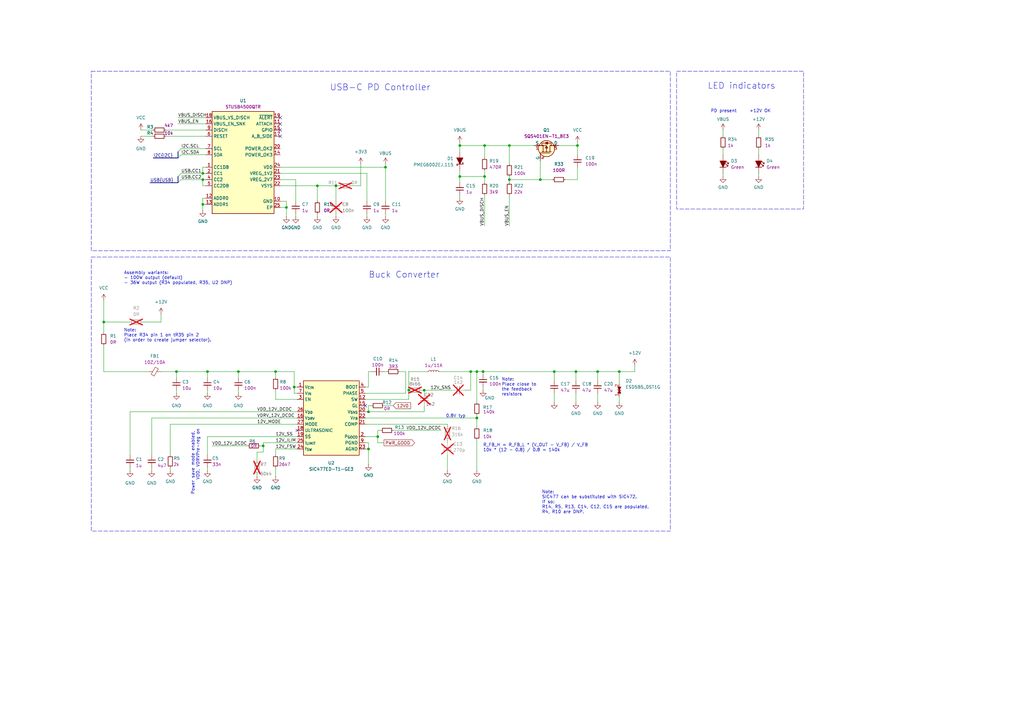
<source format=kicad_sch>
(kicad_sch (version 20230121) (generator eeschema)
  (paper "A3")
  (junction (at 193.04 152.4))
  (junction (at 130.175 76.2))
  (junction (at 208.915 59.69))
  (junction (at 195.58 171.45))
  (junction (at 188.595 72.39))
  (junction (at 221.615 73.66))
  (junction (at 113.03 152.4))
  (junction (at 72.39 152.4))
  (junction (at 137.795 76.2))
  (junction (at 42.545 132.08))
  (junction (at 167.64 160.02))
  (junction (at 151.13 168.91))
  (junction (at 236.855 59.69))
  (junction (at 117.475 85.09))
  (junction (at 151.13 184.15))
  (junction (at 198.755 59.69))
  (junction (at 85.09 152.4))
  (junction (at 83.185 73.66))
  (junction (at 188.595 59.69))
  (junction (at 245.11 152.4))
  (junction (at 120.65 158.75))
  (junction (at 107.95 182.88))
  (junction (at 158.115 68.58))
  (junction (at 83.185 71.12))
  (junction (at 236.22 152.4))
  (junction (at 198.12 152.4))
  (junction (at 83.185 83.82))
  (junction (at 198.755 72.39))
  (junction (at 173.99 160.02))
  (junction (at 227.33 152.4))
  (junction (at 97.79 152.4))
  (junction (at 208.915 73.66))
  (junction (at 154.94 179.07))
  (junction (at 254 152.4))
  (junction (at 195.58 152.4))
  (no_connect (at 114.935 55.88))
  (no_connect (at 149.86 166.37))
  (no_connect (at 121.92 176.53))
  (no_connect (at 114.935 53.34))
  (no_connect (at 114.935 50.8))
  (no_connect (at 114.935 48.26))
  (bus_entry (at 74.295 71.12) (size -1.27 1.27))
  (bus_entry (at 74.295 60.96) (size -1.27 1.27))
  (bus_entry (at 74.295 73.66) (size -1.27 1.27))
  (bus_entry (at 74.295 63.5) (size -1.27 1.27))
  (wire (pts (xy 254 152.4) (xy 260.35 152.4)))
  (bus (pts (xy 73.025 72.39) (xy 73.025 74.93)))
  (wire (pts (xy 83.185 81.28) (xy 83.185 83.82)))
  (wire (pts (xy 105.41 185.42) (xy 107.95 185.42)))
  (wire (pts (xy 188.595 58.42) (xy 188.595 59.69)))
  (wire (pts (xy 147.955 76.2) (xy 144.145 76.2)))
  (wire (pts (xy 158.115 68.58) (xy 158.115 82.55)))
  (wire (pts (xy 117.475 85.09) (xy 114.935 85.09)))
  (wire (pts (xy 229.235 59.69) (xy 236.855 59.69)))
  (wire (pts (xy 105.41 194.31) (xy 105.41 195.58)))
  (wire (pts (xy 296.545 53.34) (xy 296.545 55.88)))
  (wire (pts (xy 85.09 152.4) (xy 85.09 154.94)))
  (wire (pts (xy 69.85 191.77) (xy 69.85 193.04)))
  (wire (pts (xy 113.03 163.83) (xy 121.92 163.83)))
  (wire (pts (xy 149.86 179.07) (xy 154.94 179.07)))
  (wire (pts (xy 57.785 53.34) (xy 62.865 53.34)))
  (wire (pts (xy 97.79 152.4) (xy 97.79 154.94)))
  (wire (pts (xy 150.495 88.9) (xy 150.495 87.63)))
  (wire (pts (xy 151.13 166.37) (xy 151.13 168.91)))
  (wire (pts (xy 85.09 179.07) (xy 121.92 179.07)))
  (wire (pts (xy 97.79 160.02) (xy 97.79 161.29)))
  (wire (pts (xy 236.22 152.4) (xy 236.22 156.21)))
  (wire (pts (xy 193.04 160.02) (xy 193.04 152.4)))
  (wire (pts (xy 227.33 152.4) (xy 227.33 156.21)))
  (wire (pts (xy 157.48 152.4) (xy 158.75 152.4)))
  (wire (pts (xy 57.785 55.88) (xy 62.865 55.88)))
  (wire (pts (xy 42.545 123.19) (xy 42.545 132.08)))
  (wire (pts (xy 180.34 152.4) (xy 193.04 152.4)))
  (wire (pts (xy 188.595 81.28) (xy 188.595 80.01)))
  (wire (pts (xy 84.455 81.28) (xy 83.185 81.28)))
  (wire (pts (xy 113.03 191.77) (xy 113.03 195.58)))
  (wire (pts (xy 66.04 128.905) (xy 66.04 132.08)))
  (wire (pts (xy 167.64 163.83) (xy 167.64 160.02)))
  (wire (pts (xy 154.94 176.53) (xy 156.21 176.53)))
  (wire (pts (xy 42.545 136.525) (xy 42.545 132.08)))
  (wire (pts (xy 158.115 88.9) (xy 158.115 87.63)))
  (wire (pts (xy 85.09 160.02) (xy 85.09 161.29)))
  (wire (pts (xy 149.86 163.83) (xy 167.64 163.83)))
  (wire (pts (xy 113.03 160.02) (xy 113.03 163.83)))
  (wire (pts (xy 62.23 171.45) (xy 62.23 186.69)))
  (wire (pts (xy 149.86 168.91) (xy 151.13 168.91)))
  (wire (pts (xy 236.22 152.4) (xy 227.33 152.4)))
  (wire (pts (xy 198.755 69.85) (xy 198.755 72.39)))
  (wire (pts (xy 130.175 76.2) (xy 137.795 76.2)))
  (wire (pts (xy 198.12 152.4) (xy 227.33 152.4)))
  (wire (pts (xy 114.935 82.55) (xy 117.475 82.55)))
  (wire (pts (xy 172.72 160.02) (xy 173.99 160.02)))
  (wire (pts (xy 151.13 158.75) (xy 149.86 158.75)))
  (wire (pts (xy 53.34 168.91) (xy 53.34 186.69)))
  (wire (pts (xy 183.515 173.99) (xy 183.515 175.26)))
  (wire (pts (xy 130.175 88.9) (xy 130.175 87.63)))
  (wire (pts (xy 227.33 161.29) (xy 227.33 165.1)))
  (wire (pts (xy 74.295 63.5) (xy 84.455 63.5)))
  (wire (pts (xy 154.94 181.61) (xy 154.94 179.07)))
  (wire (pts (xy 166.37 152.4) (xy 163.83 152.4)))
  (bus (pts (xy 73.025 62.23) (xy 73.025 64.77)))
  (wire (pts (xy 114.935 73.66) (xy 121.285 73.66)))
  (wire (pts (xy 311.15 60.96) (xy 311.15 63.5)))
  (wire (pts (xy 198.755 64.77) (xy 198.755 59.69)))
  (wire (pts (xy 195.58 152.4) (xy 195.58 165.1)))
  (wire (pts (xy 195.58 170.18) (xy 195.58 171.45)))
  (wire (pts (xy 121.285 88.9) (xy 121.285 87.63)))
  (wire (pts (xy 83.185 73.66) (xy 83.185 76.2)))
  (wire (pts (xy 83.185 83.82) (xy 83.185 86.36)))
  (wire (pts (xy 137.795 76.2) (xy 139.065 76.2)))
  (wire (pts (xy 149.86 161.29) (xy 166.37 161.29)))
  (wire (pts (xy 107.95 181.61) (xy 107.95 182.88)))
  (wire (pts (xy 137.795 76.2) (xy 137.795 82.55)))
  (wire (pts (xy 147.955 67.31) (xy 147.955 76.2)))
  (wire (pts (xy 161.29 176.53) (xy 180.975 176.53)))
  (wire (pts (xy 83.185 73.66) (xy 84.455 73.66)))
  (wire (pts (xy 137.795 88.9) (xy 137.795 87.63)))
  (wire (pts (xy 173.99 160.02) (xy 173.99 161.29)))
  (wire (pts (xy 83.185 76.2) (xy 84.455 76.2)))
  (wire (pts (xy 236.22 152.4) (xy 245.11 152.4)))
  (wire (pts (xy 173.99 160.02) (xy 185.42 160.02)))
  (wire (pts (xy 42.545 141.605) (xy 42.545 152.4)))
  (wire (pts (xy 195.58 180.34) (xy 195.58 193.04)))
  (wire (pts (xy 42.545 152.4) (xy 60.96 152.4)))
  (wire (pts (xy 221.615 73.66) (xy 226.695 73.66)))
  (wire (pts (xy 67.945 53.34) (xy 84.455 53.34)))
  (wire (pts (xy 113.03 152.4) (xy 113.03 154.94)))
  (wire (pts (xy 208.915 72.39) (xy 208.915 73.66)))
  (wire (pts (xy 69.85 173.99) (xy 69.85 186.69)))
  (wire (pts (xy 151.13 184.15) (xy 151.13 190.5)))
  (wire (pts (xy 245.11 161.29) (xy 245.11 165.1)))
  (wire (pts (xy 260.35 149.86) (xy 260.35 152.4)))
  (wire (pts (xy 208.915 73.66) (xy 221.615 73.66)))
  (wire (pts (xy 105.41 185.42) (xy 105.41 189.23)))
  (wire (pts (xy 120.65 158.75) (xy 121.92 158.75)))
  (wire (pts (xy 120.65 158.75) (xy 120.65 152.4)))
  (wire (pts (xy 42.545 132.08) (xy 53.34 132.08)))
  (wire (pts (xy 72.39 160.02) (xy 72.39 161.29)))
  (wire (pts (xy 149.86 171.45) (xy 195.58 171.45)))
  (wire (pts (xy 120.65 161.29) (xy 120.65 158.75)))
  (wire (pts (xy 183.515 186.69) (xy 183.515 193.04)))
  (wire (pts (xy 167.64 160.02) (xy 167.64 152.4)))
  (wire (pts (xy 236.855 58.42) (xy 236.855 59.69)))
  (wire (pts (xy 73.025 50.8) (xy 84.455 50.8)))
  (wire (pts (xy 231.775 73.66) (xy 236.855 73.66)))
  (wire (pts (xy 188.595 59.69) (xy 198.755 59.69)))
  (wire (pts (xy 254 152.4) (xy 254 157.48)))
  (wire (pts (xy 254 162.56) (xy 254 165.1)))
  (wire (pts (xy 151.13 152.4) (xy 152.4 152.4)))
  (wire (pts (xy 114.935 71.12) (xy 150.495 71.12)))
  (wire (pts (xy 66.04 152.4) (xy 72.39 152.4)))
  (wire (pts (xy 84.455 68.58) (xy 83.185 68.58)))
  (wire (pts (xy 113.03 152.4) (xy 120.65 152.4)))
  (wire (pts (xy 106.68 182.88) (xy 107.95 182.88)))
  (wire (pts (xy 198.12 158.75) (xy 198.12 160.02)))
  (wire (pts (xy 190.5 160.02) (xy 193.04 160.02)))
  (wire (pts (xy 53.34 168.91) (xy 121.92 168.91)))
  (wire (pts (xy 188.595 72.39) (xy 188.595 69.85)))
  (wire (pts (xy 121.92 161.29) (xy 120.65 161.29)))
  (wire (pts (xy 188.595 59.69) (xy 188.595 62.23)))
  (wire (pts (xy 117.475 85.09) (xy 117.475 88.9)))
  (wire (pts (xy 245.11 152.4) (xy 254 152.4)))
  (wire (pts (xy 150.495 71.12) (xy 150.495 82.55)))
  (wire (pts (xy 149.86 184.15) (xy 151.13 184.15)))
  (wire (pts (xy 121.285 73.66) (xy 121.285 82.55)))
  (wire (pts (xy 114.935 76.2) (xy 130.175 76.2)))
  (wire (pts (xy 151.13 152.4) (xy 151.13 158.75)))
  (wire (pts (xy 72.39 152.4) (xy 72.39 154.94)))
  (wire (pts (xy 107.95 185.42) (xy 107.95 182.88)))
  (wire (pts (xy 158.115 67.31) (xy 158.115 68.58)))
  (wire (pts (xy 149.86 173.99) (xy 183.515 173.99)))
  (wire (pts (xy 72.39 152.4) (xy 85.09 152.4)))
  (wire (pts (xy 113.03 184.15) (xy 113.03 186.69)))
  (wire (pts (xy 85.09 191.77) (xy 85.09 193.04)))
  (wire (pts (xy 219.075 59.69) (xy 208.915 59.69)))
  (wire (pts (xy 208.915 73.66) (xy 208.915 74.93)))
  (wire (pts (xy 183.515 180.34) (xy 183.515 181.61)))
  (wire (pts (xy 195.58 171.45) (xy 195.58 175.26)))
  (wire (pts (xy 85.09 152.4) (xy 97.79 152.4)))
  (wire (pts (xy 157.48 166.37) (xy 161.29 166.37)))
  (wire (pts (xy 58.42 132.08) (xy 66.04 132.08)))
  (bus (pts (xy 73.025 74.93) (xy 61.595 74.93)))
  (wire (pts (xy 86.995 182.88) (xy 101.6 182.88)))
  (wire (pts (xy 121.92 184.15) (xy 113.03 184.15)))
  (wire (pts (xy 296.545 60.96) (xy 296.545 63.5)))
  (wire (pts (xy 114.935 68.58) (xy 158.115 68.58)))
  (wire (pts (xy 74.295 60.96) (xy 84.455 60.96)))
  (wire (pts (xy 173.99 168.91) (xy 173.99 166.37)))
  (wire (pts (xy 208.915 92.71) (xy 208.915 80.01)))
  (wire (pts (xy 117.475 82.55) (xy 117.475 85.09)))
  (wire (pts (xy 198.755 59.69) (xy 208.915 59.69)))
  (wire (pts (xy 83.185 71.12) (xy 84.455 71.12)))
  (wire (pts (xy 74.295 71.12) (xy 83.185 71.12)))
  (wire (pts (xy 73.025 48.26) (xy 84.455 48.26)))
  (wire (pts (xy 188.595 74.93) (xy 188.595 72.39)))
  (wire (pts (xy 85.09 179.07) (xy 85.09 186.69)))
  (wire (pts (xy 154.94 181.61) (xy 157.48 181.61)))
  (wire (pts (xy 69.85 173.99) (xy 121.92 173.99)))
  (wire (pts (xy 198.12 152.4) (xy 198.12 153.67)))
  (wire (pts (xy 151.13 168.91) (xy 173.99 168.91)))
  (wire (pts (xy 296.545 72.39) (xy 296.545 71.12)))
  (wire (pts (xy 236.22 161.29) (xy 236.22 165.1)))
  (wire (pts (xy 236.855 59.69) (xy 236.855 63.5)))
  (bus (pts (xy 73.025 64.77) (xy 62.865 64.77)))
  (wire (pts (xy 208.915 59.69) (xy 208.915 67.31)))
  (wire (pts (xy 67.945 55.88) (xy 84.455 55.88)))
  (wire (pts (xy 311.15 72.39) (xy 311.15 71.12)))
  (wire (pts (xy 166.37 161.29) (xy 166.37 152.4)))
  (wire (pts (xy 74.295 73.66) (xy 83.185 73.66)))
  (wire (pts (xy 195.58 152.4) (xy 198.12 152.4)))
  (wire (pts (xy 311.15 53.34) (xy 311.15 55.88)))
  (wire (pts (xy 221.615 73.66) (xy 221.615 66.04)))
  (wire (pts (xy 151.13 181.61) (xy 151.13 184.15)))
  (wire (pts (xy 193.04 152.4) (xy 195.58 152.4)))
  (wire (pts (xy 152.4 166.37) (xy 151.13 166.37)))
  (wire (pts (xy 245.11 152.4) (xy 245.11 156.21)))
  (wire (pts (xy 188.595 72.39) (xy 198.755 72.39)))
  (wire (pts (xy 151.13 181.61) (xy 149.86 181.61)))
  (wire (pts (xy 154.94 176.53) (xy 154.94 179.07)))
  (wire (pts (xy 130.175 76.2) (xy 130.175 82.55)))
  (wire (pts (xy 107.95 181.61) (xy 121.92 181.61)))
  (wire (pts (xy 198.755 72.39) (xy 198.755 74.93)))
  (wire (pts (xy 53.34 191.77) (xy 53.34 193.04)))
  (wire (pts (xy 62.23 191.77) (xy 62.23 193.04)))
  (wire (pts (xy 97.79 152.4) (xy 113.03 152.4)))
  (wire (pts (xy 62.23 171.45) (xy 121.92 171.45)))
  (wire (pts (xy 167.64 152.4) (xy 175.26 152.4)))
  (wire (pts (xy 83.185 83.82) (xy 84.455 83.82)))
  (wire (pts (xy 236.855 73.66) (xy 236.855 68.58)))
  (wire (pts (xy 83.185 68.58) (xy 83.185 71.12)))
  (wire (pts (xy 198.755 92.71) (xy 198.755 80.01)))
  (rectangle (start 37.465 105.41) (end 274.955 217.805) (stroke (width 0) (type dash)))
  (rectangle (start 277.495 29.21) (end 329.565 85.725) (stroke (width 0) (type dash)))
  (rectangle (start 37.465 29.21) (end 274.955 102.87) (stroke (width 0) (type dash)))
  (text "Note:\nPlace close to\nthe feedback \nresistors" (at 205.74 162.56 0) (effects (font (size 1.27 1.27)) (justify left bottom)))
  (text "Power save mode enabled, \nVDD, VDRVPre-reg on" (at 81.915 175.895 90) (effects (font (size 1.27 1.27)) (justify right bottom)))
  (text "R_FB_H = R_FB_L * (V_OUT - V_FB) / V_FB \n10k * (12 - 0.8) / 0.8 = 140k\n" (at 198.12 185.42 0) (effects (font (size 1.27 1.27)) (justify left bottom)))
  (text "Note:\nPlace R34 pin 1 on tR35 pin 2\n(in order to create jumper selector)." (at 50.8 140.335 0) (effects (font (size 1.27 1.27)) (justify left bottom)))
  (text "0.8V typ" (at 182.88 171.45 0) (effects (font (size 1.27 1.27)) (justify left bottom)))
  (text "+12V OK" (at 307.34 46.355 0) (effects (font (size 1.27 1.27)) (justify left bottom)))
  (text "PD present\n" (at 291.465 46.355 0) (effects (font (size 1.27 1.27)) (justify left bottom)))
  (text "Buck Converter" (at 151.13 114.3 0) (effects (font (size 2.54 2.54)) (justify left bottom)))
  (text "LED indicators\n" (at 290.195 36.83 0) (effects (font (size 2.54 2.54)) (justify left bottom)))
  (text "Assembly wariants:\n- 100W output (default)\n- 36W output (R34 populated, R35, U2 DNP)" (at 50.8 116.84 0) (effects (font (size 1.27 1.27)) (justify left bottom)))
  (text "USB-C PD Controller" (at 135.255 37.465 0) (effects (font (size 2.54 2.54)) (justify left bottom)))
  (text "Note:\nSIC477 can be substituted with SIC472.\nIf so:\nR14, R5, R13, C14, C12, C15 are populated,\nR4, R10 are DNP." (at 222.25 210.82 0) (effects (font (size 1.27 1.27)) (justify left bottom)))
  (label "12V_SNS" (at 176.53 160.02 0))
  (label "USB{USB}" (at 61.595 74.93 0))
  (label "VDRV_12V_DCDC" (at 105.41 171.45 0))
  (label "VBUS_EN" (at 73.025 50.8 0))
  (label "USB.CC2" (at 74.295 73.66 0))
  (label "VDD_12V_DCDC" (at 105.41 168.91 0))
  (label "I2C.SCL" (at 74.295 60.96 0))
  (label "12V_SS" (at 113.03 179.07 0))
  (label "12V_FSW" (at 113.03 184.15 0))
  (label "I2C.SDA" (at 74.295 63.5 0))
  (label "VDD_12V_DCDC" (at 86.995 182.88 0))
  (label "VDD_12V_DCDC" (at 180.975 176.53 180))
  (label "VBUS_DISCH" (at 198.755 92.71 90))
  (label "12V_ILIM" (at 113.03 181.61 0))
  (label "I2C{I2C}" (at 62.865 64.77 0))
  (label "VBUS_EN" (at 208.915 92.71 90))
  (label "12V_MODE" (at 105.41 173.99 0))
  (label "VBUS_DISCH" (at 73.025 48.26 0))
  (label "USB.CC1" (at 74.295 71.12 0))
  (global_label "12V0" (shape input) (at 161.29 166.37 0) (property "Intersheetrefs" "${INTERSHEET_REFS}" (effects hide)))
  (global_label "PWR_GOOD" (shape output) (at 157.48 181.61 0) (property "Intersheetrefs" "${INTERSHEET_REFS}" (effects hide)))
  (symbol (lib_id "antmicropower:GND") (at 130.175 88.9 0) (mirror y) (unit 1)
    (property "Reference" "#PWR017" (effects hide))
    (property "Value" "GND" (at 130.175 93.345 0))
    (property "Author" "Antmicro" (effects hide))
    (property "License" "Apache-2.0" (effects hide))
  )
  (symbol (lib_id "antmicroFixedInductors:L_1u_11A_Coilcraft-XFL4020") (at 175.26 152.4 0) (unit 1)
    (property "Reference" "L1" (at 177.8 147.32 0))
    (property "Value" "L_1u_11A_Coilcraft-XFL4020" (effects hide))
    (property "Footprint" "antmicro-footprints:L_Coilcraft-XFL4020" (effects hide))
    (property "Datasheet" "https://www.coilcraft.com/getmedia/50632d43-da1b-4cdb-8ab4-3029cab51df3/xfl4020.pdf" (effects hide))
    (property "Val" "1u/11A" (at 177.8 149.86 0))
    (property "Manufacturer" "Coilcraft" (effects hide))
    (property "MPN" "XFL4020-102MEC" (effects hide))
    (property "ISat" "5.4 A" (effects hide))
    (property "IMax" "11 A" (effects hide))
    (property "Size" "4.3x4.3" (effects hide))
    (property "Author" "Antmicro" (effects hide))
    (property "License" "Apache-2.0" (effects hide))
  )
  (symbol (lib_id "antmicroResistors0603:R_470R_0603") (at 198.755 69.85 90) (unit 1)
    (property "Reference" "R19" (at 200.66 66.04 90) (effects (justify right)))
    (property "Value" "R_470R_0603" (effects hide))
    (property "Footprint" "antmicro-footprints:R_0603_1608Metric" (effects hide))
    (property "Datasheet" "https://www.bourns.com/docs/product-datasheets/cr.pdf" (effects hide))
    (property "MPN" "CR0603-FX-4700ELF" (effects hide))
    (property "Manufacturer" "Bourns" (effects hide))
    (property "License" "Apache-2.0" (effects hide))
    (property "Author" "Antmicro" (effects hide))
    (property "Val" "470R" (at 200.66 68.58 90) (effects (justify right)))
    (property "Tolerance" "1%" (effects hide))
  )
  (symbol (lib_id "antmicroResistors0402:R_2k_0402") (at 69.85 186.69 270) (unit 1)
    (property "Reference" "R5" (at 71.12 187.96 90) (effects (justify left)))
    (property "Value" "R_2k_0402" (effects hide))
    (property "Footprint" "antmicro-footprints:R_0402_1005Metric" (effects hide))
    (property "Datasheet" "https://www.bourns.com/docs/product-datasheets/cr.pdf" (effects hide))
    (property "Manufacturer" "Bourns" (effects hide))
    (property "MPN" "CR0402-FX-2001GLF" (effects hide))
    (property "Val" "2k" (at 71.12 190.5 90) (effects (justify left)))
    (property "License" "Apache-2.0" (effects hide))
    (property "Author" "Antmicro" (effects hide))
    (property "Tolerance" "1%" (effects hide))
  )
  (symbol (lib_id "antmicroResistorsmisc:R_0R_0805") (at 42.545 141.605 90) (unit 1)
    (property "Reference" "R1" (at 45.085 137.795 90) (effects (justify right)))
    (property "Value" "R_0R_0805" (effects hide))
    (property "Footprint" "antmicro-footprints:R_0805_2012Metric" (effects hide))
    (property "Datasheet" "https://www.vishay.com/docs/20035/dcrcwe3.pdf" (effects hide))
    (property "MPN" "CRCW08050000Z0EA" (effects hide))
    (property "Manufacturer" "Vishay" (effects hide))
    (property "License" "Apache-2.0" (effects hide))
    (property "Author" "Antmicro" (effects hide))
    (property "Val" "0R" (at 45.085 140.335 90) (effects (justify right)))
    (property "Current" "2.5A" (effects hide))
  )
  (symbol (lib_id "antmicropower:GND") (at 121.285 88.9 0) (mirror y) (unit 1)
    (property "Reference" "#PWR016" (effects hide))
    (property "Value" "GND" (at 121.285 93.345 0))
    (property "Author" "Antmicro" (effects hide))
    (property "License" "Apache-2.0" (effects hide))
  )
  (symbol (lib_id "antmicroCapacitors0603:C_4u7_0603") (at 62.23 186.69 270) (unit 1)
    (property "Reference" "C2" (at 64.5541 188.4016 90) (effects (justify left)))
    (property "Value" "C_4u7_0603" (effects hide))
    (property "Footprint" "antmicro-footprints:C_0603_1608Metric" (effects hide))
    (property "Datasheet" "https://product.tdk.com/en/search/capacitor/ceramic/mlcc/info?part_no=C1608X5R1V475M080AC" (effects hide))
    (property "Manufacturer" "TDK" (effects hide))
    (property "MPN" "C1608X5R1V475M080AC" (effects hide))
    (property "Val" "4u7" (at 64.5541 190.9385 90) (effects (justify left)))
    (property "License" "Apache-2.0" (effects hide))
    (property "Author" "Antmicro" (effects hide))
  )
  (symbol (lib_id "antmicroCapacitorsmisc:C_47u_16V_1206") (at 245.11 161.29 90) (unit 1)
    (property "Reference" "C20" (at 247.65 157.48 90) (effects (justify right)))
    (property "Value" "C_47u_16V_1206" (effects hide))
    (property "Footprint" "antmicro-footprints:C_1206_3216Metric" (effects hide))
    (property "Datasheet" "https://product.tdk.com/en/search/capacitor/ceramic/mlcc/info?part_no=C3216X5R1C476M160AB" (effects hide))
    (property "MPN" "C3216X5R1C476M160AB" (effects hide))
    (property "Manufacturer" "TDK" (effects hide))
    (property "License" "Apache-2.0" (effects hide))
    (property "Author" "Antmicro" (effects hide))
    (property "Val" "47u" (at 247.65 160.02 90) (effects (justify right)))
    (property "Voltage" "16V" (effects hide))
    (property "Dielectric" "X5R" (effects hide))
  )
  (symbol (lib_id "antmicropower:GND") (at 97.79 161.29 0) (unit 1)
    (property "Reference" "#PWR012" (effects hide))
    (property "Value" "GND" (at 97.79 166.37 0))
    (property "Author" "Antmicro" (effects hide))
    (property "License" "Apache-2.0" (effects hide))
  )
  (symbol (lib_id "antmicroResistors0402:R_10k_0402") (at 67.945 55.88 180) (unit 1)
    (property "Reference" "R4" (at 61.595 54.61 0))
    (property "Value" "R_10k_0402" (effects hide))
    (property "Footprint" "antmicro-footprints:R_0402_1005Metric" (effects hide))
    (property "Datasheet" "https://www.bourns.com/docs/product-datasheets/cr.pdf" (effects hide))
    (property "MPN" "CR0402-FX-1002GLF" (effects hide))
    (property "Manufacturer" "Bourns" (effects hide))
    (property "License" "Apache-2.0" (effects hide))
    (property "Author" "Antmicro" (effects hide))
    (property "Val" "10k" (at 69.215 54.61 0))
    (property "Tolerance" "1%" (effects hide))
  )
  (symbol (lib_id "antmicropower:GND") (at 137.795 88.9 0) (mirror y) (unit 1)
    (property "Reference" "#PWR018" (effects hide))
    (property "Value" "GND" (at 137.795 93.345 0))
    (property "Author" "Antmicro" (effects hide))
    (property "License" "Apache-2.0" (effects hide))
  )
  (symbol (lib_id "antmicroTVSDiodes:ESD5B5_0ST1G") (at 254 162.56 90) (unit 1)
    (property "Reference" "D2" (at 256.54 156.2099 90) (effects (justify right)))
    (property "Value" "ESD5B5_0ST1G" (at 256.54 158.7499 90) (effects (justify right)))
    (property "Footprint" "antmicro-footprints:SOD-523_NP" (effects hide))
    (property "Datasheet" "https://www.mouser.com/datasheet/2/308/ESD5B5_0ST1_D-1805066.pdf" (effects hide))
    (property "Manufacturer" "ON Semiconductor" (effects hide))
    (property "MPN" "ESD5B5.0ST1G" (effects hide))
    (property "Author" "Antmicro" (effects hide))
    (property "License" "Apache-2.0" (effects hide))
  )
  (symbol (lib_id "antmicroTransistorsFETsMOSFETsSingle:SQS401EN-T1_BE3") (at 221.615 66.04 270) (mirror x) (unit 1) (in_bom no)
    (property "Reference" "Q1" (at 224.155 53.34 90))
    (property "Value" "SQS401EN-T1_BE3" (effects hide))
    (property "Footprint" "antmicro-footprints:Vishay_PowerPAK_1212-8_Single" (effects hide))
    (property "Datasheet" "https://www.vishay.com/docs/65529/sqs401en.pdf" (effects hide))
    (property "MPN" "SQS401EN-T1_BE3" (at 224.155 55.88 90))
    (property "Manufacturer" "Vishay" (effects hide))
    (property "Author" "Antmicro" (effects hide))
    (property "License" "Apache-2.0" (effects hide))
  )
  (symbol (lib_id "antmicroLEDIndicationDiscrete:LED_G_0603_LG_L29K-G2J1-24-Z") (at 296.545 63.5 270) (unit 1)
    (property "Reference" "D3" (at 299.72 66.04 90) (effects (justify left)))
    (property "Value" "LED_G_0603_LG_L29K-G2J1-24-Z" (effects hide))
    (property "Footprint" "antmicro-footprints:LED_0603_1608Metric_G" (effects hide))
    (property "Datasheet" "https://dammedia.osram.info/media/resource/hires/osram-dam-2493945/LG%20L29K.pdf" (effects hide))
    (property "MPN" "LG L29K-G2J1-24-Z" (effects hide))
    (property "Manufacturer" "OSRAM" (effects hide))
    (property "Color" "Green" (at 299.72 68.58 90) (effects (justify left)))
    (property "Author" "Antmicro" (effects hide))
    (property "License" "Apache-2.0" (effects hide))
  )
  (symbol (lib_id "antmicroResistorsmisc:R_4k7_0805") (at 67.945 53.34 180) (unit 1)
    (property "Reference" "R3" (at 61.595 52.07 0))
    (property "Value" "R_4k7_0805" (effects hide))
    (property "Footprint" "antmicro-footprints:R_0805_2012Metric" (effects hide))
    (property "Datasheet" "https://www.bourns.com/docs/product-datasheets/cr.pdf" (effects hide))
    (property "MPN" "CR0805-FX-4701ELF" (effects hide))
    (property "Manufacturer" "Bourns" (effects hide))
    (property "License" "Apache-2.0" (effects hide))
    (property "Author" "Antmicro" (effects hide))
    (property "Val" "4k7" (at 69.215 51.435 0))
    (property "Tolerance" "1%" (effects hide))
  )
  (symbol (lib_id "antmicroCapacitorsmisc:C_47u_16V_1206") (at 236.22 161.29 90) (unit 1)
    (property "Reference" "C18" (at 238.76 157.48 90) (effects (justify right)))
    (property "Value" "C_47u_16V_1206" (effects hide))
    (property "Footprint" "antmicro-footprints:C_1206_3216Metric" (effects hide))
    (property "Datasheet" "https://product.tdk.com/en/search/capacitor/ceramic/mlcc/info?part_no=C3216X5R1C476M160AB" (effects hide))
    (property "MPN" "C3216X5R1C476M160AB" (effects hide))
    (property "Manufacturer" "TDK" (effects hide))
    (property "License" "Apache-2.0" (effects hide))
    (property "Author" "Antmicro" (effects hide))
    (property "Val" "47u" (at 238.76 160.02 90) (effects (justify right)))
    (property "Voltage" "16V" (effects hide))
    (property "Dielectric" "X5R" (effects hide))
  )
  (symbol (lib_id "antmicroResistors0402:R_0R_0402") (at 130.175 87.63 90) (unit 1)
    (property "Reference" "R10" (at 132.715 83.82 90) (effects (justify right)))
    (property "Value" "R_0R_0402" (effects hide))
    (property "Footprint" "antmicro-footprints:R_0402_1005Metric" (effects hide))
    (property "Datasheet" "https://industrial.panasonic.com/cdbs/www-data/pdf/RDA0000/AOA0000C301.pdf" (effects hide))
    (property "MPN" "ERJ2GE0R00X" (effects hide))
    (property "Manufacturer" "Panasonic" (effects hide))
    (property "License" "Apache-2.0" (effects hide))
    (property "Author" "Antmicro" (effects hide))
    (property "Val" "0R" (at 132.715 86.36 90) (effects (justify right)))
    (property "Current" "1A" (effects hide))
  )
  (symbol (lib_id "antmicropower:VCC") (at 57.785 53.34 0) (unit 1)
    (property "Reference" "#PWR03" (effects hide))
    (property "Value" "VCC" (at 57.785 48.26 0))
  )
  (symbol (lib_id "antmicropower:GND") (at 227.33 165.1 0) (mirror y) (unit 1)
    (property "Reference" "#PWR029" (effects hide))
    (property "Value" "GND" (effects hide))
    (property "Author" "Antmicro" (effects hide))
    (property "License" "Apache-2.0" (effects hide))
  )
  (symbol (lib_id "antmicropower:VCC") (at 42.545 123.19 0) (unit 1)
    (property "Reference" "#PWR01" (effects hide))
    (property "Value" "VCC" (at 42.545 118.11 0))
  )
  (symbol (lib_id "antmicroLEDIndicationDiscrete:LED_G_0603_LG_L29K-G2J1-24-Z") (at 311.15 63.5 270) (unit 1)
    (property "Reference" "D4" (at 314.325 66.04 90) (effects (justify left)))
    (property "Value" "LED_G_0603_LG_L29K-G2J1-24-Z" (effects hide))
    (property "Footprint" "antmicro-footprints:LED_0603_1608Metric_G" (effects hide))
    (property "Datasheet" "https://dammedia.osram.info/media/resource/hires/osram-dam-2493945/LG%20L29K.pdf" (effects hide))
    (property "MPN" "LG L29K-G2J1-24-Z" (effects hide))
    (property "Manufacturer" "OSRAM" (effects hide))
    (property "Color" "Green" (at 314.325 68.58 90) (effects (justify left)))
    (property "Author" "Antmicro" (effects hide))
    (property "License" "Apache-2.0" (effects hide))
  )
  (symbol (lib_id "antmicropower:GND") (at 53.34 193.04 0) (mirror y) (unit 1)
    (property "Reference" "#PWR02" (effects hide))
    (property "Value" "GND" (at 53.34 198.12 0))
    (property "Author" "Antmicro" (effects hide))
    (property "License" "Apache-2.0" (effects hide))
  )
  (symbol (lib_id "antmicroResistorsmisc:R_0R_0805") (at 53.34 132.08 0) (unit 1) (dnp yes)
    (property "Reference" "R2" (at 55.88 126.365 0))
    (property "Value" "R_0R_0805" (effects hide))
    (property "Footprint" "antmicro-footprints:R_0805_2012Metric" (effects hide))
    (property "Datasheet" "https://www.vishay.com/docs/20035/dcrcwe3.pdf" (effects hide))
    (property "MPN" "CRCW08050000Z0EA" (effects hide))
    (property "Manufacturer" "Vishay" (effects hide))
    (property "License" "Apache-2.0" (effects hide))
    (property "Author" "Antmicro" (effects hide))
    (property "Val" "0R" (at 55.88 128.905 0))
    (property "Current" "2.5A" (effects hide))
  )
  (symbol (lib_id "antmicroCapacitors0402:C_1u_0402") (at 53.34 186.69 270) (unit 1)
    (property "Reference" "C1" (at 55.6641 188.4016 90) (effects (justify left)))
    (property "Value" "C_1u_0402" (effects hide))
    (property "Footprint" "antmicro-footprints:C_0402_1005Metric" (effects hide))
    (property "Datasheet" "https://product.tdk.com/en/search/capacitor/ceramic/mlcc/info?part_no=C1005X6S1A105K050BC" (effects hide))
    (property "Manufacturer" "TDK" (effects hide))
    (property "MPN" "C1005X6S1A105K050BC" (effects hide))
    (property "Val" "1u" (at 55.6641 190.9385 90) (effects (justify left)))
    (property "License" "Apache-2.0" (effects hide))
    (property "Author" "Antmicro" (effects hide))
  )
  (symbol (lib_id "antmicroCapacitors0402:C_100n_0402") (at 137.795 87.63 90) (unit 1) (in_bom no) (dnp yes)
    (property "Reference" "C8" (at 140.335 83.8136 90) (effects (justify right)))
    (property "Value" "C_100n_0402" (effects hide))
    (property "Footprint" "antmicro-footprints:C_0402_1005Metric" (effects hide))
    (property "Datasheet" "https://www.murata.com/products/productdetail?partno=GRM155R61H104KE14%23" (effects hide))
    (property "MPN" "GRM155R61H104KE14D" (effects hide))
    (property "Manufacturer" "Murata" (effects hide))
    (property "License" "Apache-2.0" (effects hide))
    (property "Author" "Antmicro" (effects hide))
    (property "Val" "100n" (at 140.335 86.3536 90) (effects (justify right)))
    (property "Voltage" "50V" (effects hide))
    (property "Dielectric" "X5R" (effects hide))
    (property "DNP" "DNP" (effects hide))
  )
  (symbol (lib_id "antmicroResistors0402:R_0R_0402") (at 152.4 166.37 0) (unit 1)
    (property "Reference" "R12" (at 158.75 165.1 0))
    (property "Value" "R_0R_0402" (effects hide))
    (property "Footprint" "antmicro-footprints:R_0402_1005Metric" (effects hide))
    (property "Datasheet" "https://industrial.panasonic.com/cdbs/www-data/pdf/RDA0000/AOA0000C301.pdf" (effects hide))
    (property "Manufacturer" "Panasonic" (effects hide))
    (property "MPN" "ERJ2GE0R00X" (effects hide))
    (property "Val" "0R" (at 158.75 167.64 0))
    (property "License" "Apache-2.0" (effects hide))
    (property "Author" "Antmicro" (effects hide))
    (property "Current" "1A" (effects hide))
  )
  (symbol (lib_id "antmicroCapacitorsmisc:C_47u_16V_1206") (at 227.33 161.29 90) (unit 1)
    (property "Reference" "C17" (at 229.87 157.48 90) (effects (justify right)))
    (property "Value" "C_47u_16V_1206" (effects hide))
    (property "Footprint" "antmicro-footprints:C_1206_3216Metric" (effects hide))
    (property "Datasheet" "https://product.tdk.com/en/search/capacitor/ceramic/mlcc/info?part_no=C3216X5R1C476M160AB" (effects hide))
    (property "MPN" "C3216X5R1C476M160AB" (effects hide))
    (property "Manufacturer" "TDK" (effects hide))
    (property "License" "Apache-2.0" (effects hide))
    (property "Author" "Antmicro" (effects hide))
    (property "Val" "47u" (at 229.87 160.02 90) (effects (justify right)))
    (property "Voltage" "16V" (effects hide))
    (property "Dielectric" "X5R" (effects hide))
  )
  (symbol (lib_id "antmicropower:GND") (at 83.185 86.36 0) (unit 1)
    (property "Reference" "#PWR09" (effects hide))
    (property "Value" "GND" (at 83.185 90.805 0))
    (property "Author" "Antmicro" (effects hide))
    (property "License" "Apache-2.0" (effects hide))
  )
  (symbol (lib_id "antmicroResistors0402:R_140k_0.1%_0402") (at 195.58 170.18 90) (unit 1)
    (property "Reference" "R17" (at 201.93 166.37 90) (effects (justify left bottom)))
    (property "Value" "R_140k_0.1%_0402" (effects hide))
    (property "Footprint" "antmicro-footprints:R_0402_1005Metric" (effects hide))
    (property "Datasheet" "https://www.vishay.com/docs/28758/tnpw_e3.pdf" (effects hide))
    (property "MPN" "TNPW1206140KBEEA" (effects hide))
    (property "Val" "140k" (at 198.12 168.91 90) (effects (justify right)))
    (property "Manufacturer" "template_manufacturer" (effects hide))
    (property "Tolerance" "0.1%" (effects hide))
    (property "License" "Apache-2.0" (effects hide))
    (property "Author" "Antmicro" (effects hide))
  )
  (symbol (lib_id "antmicroPMICPowerDistributionSwitchesLoadDrivers:STUSB4500_QFN") (at 84.455 48.26 0) (unit 1)
    (property "Reference" "U1" (at 99.695 41.275 0))
    (property "Value" "STUSB4500_QFN" (effects hide))
    (property "Footprint" "antmicro-footprints:QFN-24-1EP_4x4mm_P0.5_EP2.1x2.1mm" (effects hide))
    (property "Datasheet" "https://www.mouser.com/datasheet/2/389/dm00489312-1799262.pdf" (effects hide))
    (property "MPN" "STUSB4500QTR" (at 99.695 43.815 0))
    (property "Manufacturer" "STMicroelectronics" (effects hide))
    (property "Author" "Antmicro" (effects hide))
    (property "License" "Apache-2.0" (effects hide))
  )
  (symbol (lib_id "antmicropower:VBUS") (at 296.545 53.34 0) (unit 1)
    (property "Reference" "#PWR060" (effects hide))
    (property "Value" "VBUS" (at 296.545 48.895 0))
  )
  (symbol (lib_id "antmicropower:+3V3") (at 147.955 67.31 0) (unit 1)
    (property "Reference" "#PWR019" (effects hide))
    (property "Value" "+3V3" (at 147.955 62.23 0))
    (property "Author" "Antmicro" (effects hide))
    (property "License" "Apache-2.0" (effects hide))
  )
  (symbol (lib_id "antmicroResistors0402:R_8k66_0402") (at 167.64 160.02 0) (unit 1) (in_bom no) (dnp yes)
    (property "Reference" "R15" (at 170.18 155.575 0))
    (property "Value" "R_8k66_0402" (effects hide))
    (property "Footprint" "antmicro-footprints:R_0402_1005Metric" (effects hide))
    (property "Datasheet" "https://www.bourns.com/docs/product-datasheets/cr.pdf" (effects hide))
    (property "Manufacturer" "Bourns" (effects hide))
    (property "MPN" "CR0402-FX-8661GLF" (effects hide))
    (property "Val" "8k66" (at 170.18 157.48 0))
    (property "DNP" "DNP" (effects hide))
    (property "License" "Apache-2.0" (effects hide))
    (property "Author" "Antmicro" (effects hide))
    (property "Tolerance" "1%" (effects hide))
  )
  (symbol (lib_id "antmicroResistors0402:R_26k7_0402") (at 113.03 186.69 270) (unit 1)
    (property "Reference" "R9" (at 114.3 187.96 90) (effects (justify left)))
    (property "Value" "R_26k7_0402" (effects hide))
    (property "Footprint" "antmicro-footprints:R_0402_1005Metric" (effects hide))
    (property "Datasheet" "https://www.bourns.com/docs/product-datasheets/cr.pdf" (effects hide))
    (property "Manufacturer" "Bourns" (effects hide))
    (property "MPN" "CR0402-FX-2672GLF" (effects hide))
    (property "Val" "26k7" (at 114.3 190.5 90) (effects (justify left)))
    (property "License" "Apache-2.0" (effects hide))
    (property "Author" "Antmicro" (effects hide))
    (property "Tolerance" "1%" (effects hide))
  )
  (symbol (lib_id "antmicroCapacitors0402:C_1n2_50V_0402") (at 173.99 166.37 90) (unit 1) (in_bom no) (dnp yes)
    (property "Reference" "C12" (at 173.99 161.925 90) (effects (justify right)))
    (property "Value" "C_1n2_50V_0402" (effects hide))
    (property "Footprint" "antmicro-footprints:C_0402_1005Metric" (effects hide))
    (property "Datasheet" "https://www.murata.com/products/productdetail?partno=GCM155R71H122KA37%23" (effects hide))
    (property "Manufacturer" "Murata" (effects hide))
    (property "MPN" "GCM155R71H122KA37D" (effects hide))
    (property "Val" "1n2" (at 174.625 165.735 90) (effects (justify right)))
    (property "DNP" "DNP" (effects hide))
    (property "License" "Apache-2.0" (effects hide))
    (property "Author" "Antmicro" (effects hide))
    (property "Voltage" "50V" (effects hide))
  )
  (symbol (lib_id "antmicropower:GND") (at 57.785 55.88 0) (unit 1)
    (property "Reference" "#PWR04" (effects hide))
    (property "Value" "GND" (at 57.785 60.96 0))
    (property "Author" "Antmicro" (effects hide))
    (property "License" "Apache-2.0" (effects hide))
  )
  (symbol (lib_id "antmicropower:GND") (at 236.22 165.1 0) (mirror y) (unit 1)
    (property "Reference" "#PWR030" (effects hide))
    (property "Value" "GND" (at 236.22 169.545 0))
    (property "Author" "Antmicro" (effects hide))
    (property "License" "Apache-2.0" (effects hide))
  )
  (symbol (lib_id "antmicroCapacitors0402:C_1u_0402") (at 121.285 87.63 90) (unit 1)
    (property "Reference" "C7" (at 123.825 83.8136 90) (effects (justify right)))
    (property "Value" "C_1u_0402" (effects hide))
    (property "Footprint" "antmicro-footprints:C_0402_1005Metric" (effects hide))
    (property "Datasheet" "https://product.tdk.com/en/search/capacitor/ceramic/mlcc/info?part_no=C1005X6S1A105K050BC" (effects hide))
    (property "MPN" "C1005X6S1A105K050BC" (effects hide))
    (property "Manufacturer" "TDK" (effects hide))
    (property "License" "Apache-2.0" (effects hide))
    (property "Author" "Antmicro" (effects hide))
    (property "Val" "1u" (at 123.825 86.3536 90) (effects (justify right)))
  )
  (symbol (lib_id "antmicropower:GND") (at 183.515 193.04 0) (mirror y) (unit 1)
    (property "Reference" "#PWR024" (effects hide))
    (property "Value" "GND" (at 183.515 197.485 0))
    (property "Author" "Antmicro" (effects hide))
    (property "License" "Apache-2.0" (effects hide))
  )
  (symbol (lib_id "antmicroResistors0402:R_22k_0402") (at 208.915 80.01 90) (unit 1)
    (property "Reference" "R22" (at 210.82 76.2 90) (effects (justify right)))
    (property "Value" "R_22k_0402" (effects hide))
    (property "Footprint" "antmicro-footprints:R_0402_1005Metric" (effects hide))
    (property "Datasheet" "https://www.bourns.com/docs/product-datasheets/cr.pdf" (effects hide))
    (property "MPN" "CR0402-FX-2202GLF" (effects hide))
    (property "Manufacturer" "Bourns" (effects hide))
    (property "License" "Apache-2.0" (effects hide))
    (property "Author" "Antmicro" (effects hide))
    (property "Val" "22k" (at 210.82 78.74 90) (effects (justify right)))
    (property "Tolerance" "1%" (effects hide))
  )
  (symbol (lib_id "antmicroCapacitors0402:C_100n_50V_X8L_0402") (at 236.855 68.58 90) (unit 1)
    (property "Reference" "C19" (at 240.03 64.7636 90) (effects (justify right)))
    (property "Value" "C_100n_50V_X8L_0402" (effects hide))
    (property "Footprint" "antmicro-footprints:C_0402_1005Metric" (effects hide))
    (property "Datasheet" "https://www.mouser.com/datasheet/2/281/1/GCM155L8EH104KE07_01A-3142095.pdf" (effects hide))
    (property "MPN" "GCM155L8EH104KE07D" (effects hide))
    (property "Val" "100n" (at 240.03 67.3036 90) (effects (justify right)))
    (property "Voltage" "50V" (effects hide))
    (property "Dielectric" "X8L" (effects hide))
    (property "Manufacturer" "Murata" (effects hide))
    (property "License" "Apache-2.0" (effects hide))
    (property "Author" "Antmicro" (effects hide))
  )
  (symbol (lib_id "antmicroResistors0402:R_1k_0402") (at 311.15 60.96 90) (unit 1)
    (property "Reference" "R35" (at 313.69 57.15 90) (effects (justify right)))
    (property "Value" "R_2k2_0402" (effects hide))
    (property "Footprint" "antmicro-footprints:R_0402_1005Metric" (effects hide))
    (property "Datasheet" "https://www.bourns.com/docs/product-datasheets/cr.pdf" (effects hide))
    (property "MPN" "CR0402-FX-1001GLF" (effects hide))
    (property "Manufacturer" "Bourns" (effects hide))
    (property "License" "Apache-2.0" (effects hide))
    (property "Author" "Antmicro" (effects hide))
    (property "Val" "1k" (at 313.69 59.69 90) (effects (justify right)))
    (property "Tolerance" "1%" (effects hide))
  )
  (symbol (lib_id "antmicropower:GND") (at 150.495 88.9 0) (mirror y) (unit 1)
    (property "Reference" "#PWR020" (effects hide))
    (property "Value" "GND" (at 150.495 93.345 0))
    (property "Author" "Antmicro" (effects hide))
    (property "License" "Apache-2.0" (effects hide))
  )
  (symbol (lib_id "antmicroCapacitors0402:C_1u_0402") (at 150.495 87.63 90) (unit 1)
    (property "Reference" "C9" (at 153.035 83.8136 90) (effects (justify right)))
    (property "Value" "C_1u_0402" (effects hide))
    (property "Footprint" "antmicro-footprints:C_0402_1005Metric" (effects hide))
    (property "Datasheet" "https://product.tdk.com/en/search/capacitor/ceramic/mlcc/info?part_no=C1005X6S1A105K050BC" (effects hide))
    (property "MPN" "C1005X6S1A105K050BC" (effects hide))
    (property "Manufacturer" "TDK" (effects hide))
    (property "License" "Apache-2.0" (effects hide))
    (property "Author" "Antmicro" (effects hide))
    (property "Val" "1u" (at 153.035 86.3536 90) (effects (justify right)))
  )
  (symbol (lib_id "antmicropower:GND") (at 85.09 193.04 0) (unit 1)
    (property "Reference" "#PWR011" (effects hide))
    (property "Value" "GND" (at 85.09 197.485 0))
    (property "Author" "Antmicro" (effects hide))
    (property "License" "Apache-2.0" (effects hide))
  )
  (symbol (lib_id "antmicropower:GND") (at 188.595 81.28 0) (mirror y) (unit 1)
    (property "Reference" "#PWR026" (effects hide))
    (property "Value" "GND" (at 188.595 85.725 0))
    (property "Author" "Antmicro" (effects hide))
    (property "License" "Apache-2.0" (effects hide))
  )
  (symbol (lib_id "antmicropower:GND") (at 72.39 161.29 0) (unit 1)
    (property "Reference" "#PWR08" (effects hide))
    (property "Value" "GND" (at 72.39 166.37 0))
    (property "Author" "Antmicro" (effects hide))
    (property "License" "Apache-2.0" (effects hide))
  )
  (symbol (lib_id "antmicroResistors0402:R_316k_0402") (at 183.515 175.26 90) (mirror x) (unit 1) (in_bom no) (dnp yes)
    (property "Reference" "R16" (at 185.166 175.6969 90) (effects (justify right)))
    (property "Value" "R_316k_0402" (effects hide))
    (property "Footprint" "antmicro-footprints:R_0402_1005Metric" (effects hide))
    (property "Datasheet" "https://www.bourns.com/docs/product-datasheets/cr.pdf" (effects hide))
    (property "Manufacturer" "Bourns" (effects hide))
    (property "MPN" "CR0402-FX-3163GLF" (effects hide))
    (property "Val" "316k" (at 185.166 178.2338 90) (effects (justify right)))
    (property "DNP" "DNP" (effects hide))
    (property "License" "Apache-2.0" (effects hide))
    (property "Author" "Antmicro" (effects hide))
    (property "Tolerance" "1%" (effects hide))
  )
  (symbol (lib_id "antmicroResistors0402:R_3R3_0402") (at 158.75 152.4 0) (mirror x) (unit 1)
    (property "Reference" "R14" (at 161.29 147.8112 0))
    (property "Value" "R_3R3_0402" (effects hide))
    (property "Footprint" "antmicro-footprints:R_0402_1005Metric" (effects hide))
    (property "Datasheet" "https://www.bourns.com/docs/product-datasheets/cr.pdf" (effects hide))
    (property "Manufacturer" "Bourns" (effects hide))
    (property "MPN" "CR0402-FX-3R30GLF" (effects hide))
    (property "Val" "3R3" (at 161.29 150.3481 0))
    (property "License" "Apache-2.0" (effects hide))
    (property "Author" "Antmicro" (effects hide))
    (property "Tolerance" "1%" (effects hide))
  )
  (symbol (lib_id "antmicropower:GND") (at 245.11 165.1 0) (mirror y) (unit 1)
    (property "Reference" "#PWR032" (effects hide))
    (property "Value" "GND" (at 245.11 169.545 0))
    (property "Author" "Antmicro" (effects hide))
    (property "License" "Apache-2.0" (effects hide))
  )
  (symbol (lib_id "antmicroCapacitorsmisc:C_10u_1206_50V") (at 85.09 154.94 270) (unit 1)
    (property "Reference" "C4" (at 87.4141 156.6516 90) (effects (justify left)))
    (property "Value" "C_10u_1206_50V" (effects hide))
    (property "Footprint" "antmicro-footprints:C_1206_3216Metric" (effects hide))
    (property "Datasheet" "https://product.tdk.com/en/search/capacitor/ceramic/mlcc/info?part_no=C3216X7R1H106K160AE" (effects hide))
    (property "Manufacturer" "TDK" (effects hide))
    (property "MPN" "C3216X7R1H106K160AE" (effects hide))
    (property "Val" "10u" (at 87.4141 159.1885 90) (effects (justify left)))
    (property "License" "Apache-2.0" (effects hide))
    (property "Author" "Antmicro" (effects hide))
    (property "Voltage" "50V" (effects hide))
  )
  (symbol (lib_id "antmicropower:GND") (at 158.115 88.9 0) (mirror y) (unit 1)
    (property "Reference" "#PWR023" (effects hide))
    (property "Value" "GND" (at 158.115 93.345 0))
    (property "Author" "Antmicro" (effects hide))
    (property "License" "Apache-2.0" (effects hide))
  )
  (symbol (lib_id "antmicropower:GND") (at 254 165.1 0) (unit 1)
    (property "Reference" "#PWR033" (effects hide))
    (property "Value" "GND" (at 254 169.545 0))
    (property "Author" "Antmicro" (effects hide))
    (property "License" "Apache-2.0" (effects hide))
  )
  (symbol (lib_id "antmicroFerriteBeadsandChips:FB_10Z_10A_WE-MPSB_1206") (at 60.96 152.4 0) (unit 1)
    (property "Reference" "FB1" (at 63.4619 146.05 0))
    (property "Value" "FB_10Z_10A_WE-MPSB_1206" (effects hide))
    (property "Footprint" "antmicro-footprints:FB_1206_3216Metric" (effects hide))
    (property "Datasheet" "https://www.we-online.com/catalog/datasheet/74279221100.pdf" (effects hide))
    (property "MPN" "74279221100" (effects hide))
    (property "Manufacturer" "Würth Elektronik" (effects hide))
    (property "Author" "Antmicro" (effects hide))
    (property "License" "Apache-2.0" (effects hide))
    (property "Val" "10Z/10A" (at 63.4619 148.59 0))
  )
  (symbol (lib_id "antmicroCapacitors0402:C_1n2_50V_0402") (at 185.42 160.02 0) (unit 1) (in_bom no) (dnp yes)
    (property "Reference" "C14" (at 187.96 154.94 0))
    (property "Value" "C_1n2_50V_0402" (effects hide))
    (property "Footprint" "antmicro-footprints:C_0402_1005Metric" (effects hide))
    (property "Datasheet" "https://www.murata.com/products/productdetail?partno=GCM155R71H122KA37%23" (effects hide))
    (property "Manufacturer" "Murata" (effects hide))
    (property "MPN" "GCM155R71H122KA37D" (effects hide))
    (property "Val" "1n2" (at 187.96 156.845 0))
    (property "DNP" "DNP" (effects hide))
    (property "License" "Apache-2.0" (effects hide))
    (property "Author" "Antmicro" (effects hide))
    (property "Voltage" "50V" (effects hide))
  )
  (symbol (lib_id "antmicroResistors0402:R_0R_0402") (at 101.6 182.88 0) (unit 1)
    (property "Reference" "R6" (at 103.505 180.975 0))
    (property "Value" "R_0R_0402" (effects hide))
    (property "Footprint" "antmicro-footprints:R_0402_1005Metric" (effects hide))
    (property "Datasheet" "https://industrial.panasonic.com/cdbs/www-data/pdf/RDA0000/AOA0000C301.pdf" (effects hide))
    (property "Manufacturer" "Panasonic" (effects hide))
    (property "MPN" "ERJ2GE0R00X" (effects hide))
    (property "Val" "0R" (at 104.14 182.88 0))
    (property "License" "Apache-2.0" (effects hide))
    (property "Author" "Antmicro" (effects hide))
    (property "Current" "1A" (effects hide))
  )
  (symbol (lib_id "antmicroCapacitors0402:C_33n_0402") (at 85.09 186.69 270) (unit 1)
    (property "Reference" "C5" (at 86.995 187.96 90) (effects (justify left)))
    (property "Value" "C_33n_0402" (effects hide))
    (property "Footprint" "antmicro-footprints:C_0402_1005Metric" (effects hide))
    (property "Datasheet" "https://www.murata.com/products/productdetail?partno=GCM155R71E333KA55%23" (effects hide))
    (property "Manufacturer" "Murata" (effects hide))
    (property "MPN" "GCM155R71E333KA55D" (effects hide))
    (property "Val" "33n" (at 86.995 190.5 90) (effects (justify left)))
    (property "License" "Apache-2.0" (effects hide))
    (property "Author" "Antmicro" (effects hide))
  )
  (symbol (lib_id "antmicroResistors0603:R_3k9_0603") (at 198.755 80.01 90) (unit 1)
    (property "Reference" "R20" (at 200.66 76.2 90) (effects (justify right)))
    (property "Value" "R_3k9_0603" (effects hide))
    (property "Footprint" "antmicro-footprints:R_0603_1608Metric" (effects hide))
    (property "Datasheet" "https://www.bourns.com/docs/product-datasheets/cr.pdf" (effects hide))
    (property "MPN" "CR0603-FX-3901ELF" (effects hide))
    (property "Manufacturer" "Bourns" (effects hide))
    (property "License" "Apache-2.0" (effects hide))
    (property "Author" "Antmicro" (effects hide))
    (property "Val" "3k9" (at 200.66 78.74 90) (effects (justify right)))
    (property "Tolerance" "1%" (effects hide))
  )
  (symbol (lib_id "antmicropower:GND") (at 113.03 195.58 0) (unit 1)
    (property "Reference" "#PWR014" (effects hide))
    (property "Value" "GND" (at 113.03 200.025 0))
    (property "Author" "Antmicro" (effects hide))
    (property "License" "Apache-2.0" (effects hide))
  )
  (symbol (lib_id "antmicropower:GND") (at 296.545 72.39 0) (unit 1)
    (property "Reference" "#PWR061" (effects hide))
    (property "Value" "GND" (at 296.545 76.835 0))
    (property "Author" "Antmicro" (effects hide))
    (property "License" "Apache-2.0" (effects hide))
  )
  (symbol (lib_id "antmicropower:GND") (at 69.85 193.04 0) (unit 1)
    (property "Reference" "#PWR07" (effects hide))
    (property "Value" "GND" (at 69.85 197.485 0))
    (property "Author" "Antmicro" (effects hide))
    (property "License" "Apache-2.0" (effects hide))
  )
  (symbol (lib_id "antmicroResistors0402:R_0R_0402") (at 139.065 76.2 0) (unit 1) (in_bom no) (dnp yes)
    (property "Reference" "R11" (at 136.525 74.93 0))
    (property "Value" "R_0R_0402" (effects hide))
    (property "Footprint" "antmicro-footprints:R_0402_1005Metric" (effects hide))
    (property "Datasheet" "https://industrial.panasonic.com/cdbs/www-data/pdf/RDA0000/AOA0000C301.pdf" (effects hide))
    (property "MPN" "ERJ2GE0R00X" (effects hide))
    (property "Manufacturer" "Panasonic" (effects hide))
    (property "License" "Apache-2.0" (effects hide))
    (property "Author" "Antmicro" (effects hide))
    (property "Val" "0R" (at 145.415 74.93 0))
    (property "Current" "1A" (effects hide))
    (property "DNP" "DNP" (effects hide))
  )
  (symbol (lib_id "antmicroCapacitorsmisc:C_10u_1206_50V") (at 72.39 154.94 270) (unit 1)
    (property "Reference" "C3" (at 74.7141 156.6516 90) (effects (justify left)))
    (property "Value" "C_10u_1206_50V" (effects hide))
    (property "Footprint" "antmicro-footprints:C_1206_3216Metric" (effects hide))
    (property "Datasheet" "https://product.tdk.com/en/search/capacitor/ceramic/mlcc/info?part_no=C3216X7R1H106K160AE" (effects hide))
    (property "Manufacturer" "TDK" (effects hide))
    (property "MPN" "C3216X7R1H106K160AE" (effects hide))
    (property "Val" "10u" (at 74.7141 159.1885 90) (effects (justify left)))
    (property "License" "Apache-2.0" (effects hide))
    (property "Author" "Antmicro" (effects hide))
    (property "Voltage" "50V" (effects hide))
  )
  (symbol (lib_id "antmicropower:VBUS") (at 158.115 67.31 0) (unit 1)
    (property "Reference" "#PWR022" (effects hide))
    (property "Value" "VBUS" (at 158.115 62.865 0))
  )
  (symbol (lib_id "antmicroResistors0402:R_100k_0402") (at 156.21 176.53 0) (unit 1)
    (property "Reference" "R13" (at 163.83 175.26 0))
    (property "Value" "R_100k_0402" (effects hide))
    (property "Footprint" "antmicro-footprints:R_0402_1005Metric" (effects hide))
    (property "Datasheet" "https://www.bourns.com/docs/product-datasheets/cr.pdf" (effects hide))
    (property "Manufacturer" "Bourns" (effects hide))
    (property "MPN" "CR0402-FX-1003GLF" (effects hide))
    (property "Val" "100k" (at 163.83 177.8 0))
    (property "License" "Apache-2.0" (effects hide))
    (property "Author" "Antmicro" (effects hide))
    (property "Tolerance" "1%" (effects hide))
  )
  (symbol (lib_id "antmicropower:GND") (at 85.09 161.29 0) (unit 1)
    (property "Reference" "#PWR010" (effects hide))
    (property "Value" "GND" (at 85.09 166.37 0))
    (property "Author" "Antmicro" (effects hide))
    (property "License" "Apache-2.0" (effects hide))
  )
  (symbol (lib_id "antmicropower:GND") (at 195.58 193.04 0) (unit 1)
    (property "Reference" "#PWR027" (effects hide))
    (property "Value" "GND" (at 195.58 197.485 0))
    (property "Author" "Antmicro" (effects hide))
    (property "License" "Apache-2.0" (effects hide))
  )
  (symbol (lib_id "antmicroDiodesRectifiersSingle:PMEG6002EJ,115") (at 188.595 62.23 90) (mirror x) (unit 1)
    (property "Reference" "D1" (at 186.055 65.024 90) (effects (justify left)))
    (property "Value" "PMEG6002EJ,115" (at 186.055 67.564 90) (effects (justify left)))
    (property "Footprint" "antmicro-footprints:D_SOD-323F" (effects hide))
    (property "Datasheet" "https://www.farnell.com/datasheets/1443391.pdf" (effects hide))
    (property "MPN" "PMEG6002EJ,115" (effects hide))
    (property "Manufacturer" "Nexperia" (effects hide))
    (property "Author" "Antmicro" (effects hide))
    (property "License" "Apache-2.0" (effects hide))
  )
  (symbol (lib_id "antmicropower:GND") (at 198.12 160.02 0) (unit 1)
    (property "Reference" "#PWR028" (effects hide))
    (property "Value" "GND" (at 198.755 163.195 0) (effects (justify left)))
    (property "Author" "Antmicro" (effects hide))
    (property "License" "Apache-2.0" (effects hide))
  )
  (symbol (lib_id "antmicropower:VCC") (at 236.855 58.42 0) (unit 1)
    (property "Reference" "#PWR031" (effects hide))
    (property "Value" "VCC" (at 236.855 53.34 0))
  )
  (symbol (lib_id "antmicroCapacitors0402:C_270p_25V_0402") (at 183.515 181.61 90) (mirror x) (unit 1) (in_bom no) (dnp yes)
    (property "Reference" "C13" (at 185.8391 182.0532 90) (effects (justify right)))
    (property "Value" "C_270p_25V_0402" (effects hide))
    (property "Footprint" "antmicro-footprints:C_0402_1005Metric" (effects hide))
    (property "Datasheet" "https://www.kemet.com/en/us/capacitors/product/C0402C271J3GAC7867.html" (effects hide))
    (property "Manufacturer" "KEMET" (effects hide))
    (property "MPN" "C0402C271J3GAC7867" (effects hide))
    (property "Val" "270p" (at 185.8391 184.5901 90) (effects (justify right)))
    (property "DNP" "DNP" (effects hide))
    (property "License" "Apache-2.0" (effects hide))
    (property "Author" "Antmicro" (effects hide))
    (property "Voltage" "25V" (effects hide))
  )
  (symbol (lib_id "antmicropower:+12V") (at 66.04 128.905 0) (unit 1)
    (property "Reference" "#PWR06" (effects hide))
    (property "Value" "+12V" (at 66.04 123.825 0))
  )
  (symbol (lib_id "antmicroCapacitors0402:C_1u_0402") (at 188.595 80.01 90) (unit 1)
    (property "Reference" "C15" (at 191.135 76.1936 90) (effects (justify right)))
    (property "Value" "C_1u_0402" (effects hide))
    (property "Footprint" "antmicro-footprints:C_0402_1005Metric" (effects hide))
    (property "Datasheet" "https://product.tdk.com/en/search/capacitor/ceramic/mlcc/info?part_no=C1005X6S1A105K050BC" (effects hide))
    (property "MPN" "C1005X6S1A105K050BC" (effects hide))
    (property "Manufacturer" "TDK" (effects hide))
    (property "License" "Apache-2.0" (effects hide))
    (property "Author" "Antmicro" (effects hide))
    (property "Val" "1u" (at 191.135 78.7336 90) (effects (justify right)))
  )
  (symbol (lib_id "antmicropower:VBUS") (at 188.595 58.42 0) (unit 1)
    (property "Reference" "#PWR025" (effects hide))
    (property "Value" "VBUS" (at 188.595 53.34 0))
  )
  (symbol (lib_id "antmicroResistors0402:R_100k_0402") (at 113.03 160.02 90) (unit 1)
    (property "Reference" "R8" (at 114.681 156.6453 90) (effects (justify right)))
    (property "Value" "R_100k_0402" (effects hide))
    (property "Footprint" "antmicro-footprints:R_0402_1005Metric" (effects hide))
    (property "Datasheet" "https://www.bourns.com/docs/product-datasheets/cr.pdf" (effects hide))
    (property "Manufacturer" "Bourns" (effects hide))
    (property "MPN" "CR0402-FX-1003GLF" (effects hide))
    (property "Val" "100k" (at 114.681 159.1822 90) (effects (justify right)))
    (property "License" "Apache-2.0" (effects hide))
    (property "Author" "Antmicro" (effects hide))
    (property "Tolerance" "1%" (effects hide))
  )
  (symbol (lib_id "antmicroResistors0402:R_100k_0402") (at 208.915 72.39 90) (unit 1)
    (property "Reference" "R21" (at 210.82 68.58 90) (effects (justify right)))
    (property "Value" "R_100k_0402" (effects hide))
    (property "Footprint" "antmicro-footprints:R_0402_1005Metric" (effects hide))
    (property "Datasheet" "https://www.bourns.com/docs/product-datasheets/cr.pdf" (effects hide))
    (property "MPN" "CR0402-FX-1003GLF" (effects hide))
    (property "Manufacturer" "Bourns" (effects hide))
    (property "License" "Apache-2.0" (effects hide))
    (property "Author" "Antmicro" (effects hide))
    (property "Val" "100k" (at 210.82 71.12 90) (effects (justify right)))
    (property "Tolerance" "1%" (effects hide))
  )
  (symbol (lib_id "antmicropower:GND") (at 117.475 88.9 0) (mirror y) (unit 1)
    (property "Reference" "#PWR015" (effects hide))
    (property "Value" "GND" (at 117.475 93.345 0))
    (property "Author" "Antmicro" (effects hide))
    (property "License" "Apache-2.0" (effects hide))
  )
  (symbol (lib_id "antmicropower:GND") (at 311.15 72.39 0) (unit 1)
    (property "Reference" "#PWR063" (effects hide))
    (property "Value" "GND" (at 311.15 76.835 0))
    (property "Author" "Antmicro" (effects hide))
    (property "License" "Apache-2.0" (effects hide))
  )
  (symbol (lib_id "antmicroResistors0402:R_1k_0402") (at 296.545 60.96 90) (unit 1)
    (property "Reference" "R34" (at 298.45 57.15 90) (effects (justify right)))
    (property "Value" "R_2k2_0402" (effects hide))
    (property "Footprint" "antmicro-footprints:R_0402_1005Metric" (effects hide))
    (property "Datasheet" "https://www.bourns.com/docs/product-datasheets/cr.pdf" (effects hide))
    (property "MPN" "CR0402-FX-1001GLF" (effects hide))
    (property "Manufacturer" "Bourns" (effects hide))
    (property "License" "Apache-2.0" (effects hide))
    (property "Author" "Antmicro" (effects hide))
    (property "Val" "1k" (at 298.45 59.69 90) (effects (justify right)))
    (property "Tolerance" "1%" (effects hide))
  )
  (symbol (lib_id "antmicroCapacitors0402:C_1u_0402") (at 158.115 87.63 90) (unit 1)
    (property "Reference" "C11" (at 160.655 83.8136 90) (effects (justify right)))
    (property "Value" "C_1u_0402" (effects hide))
    (property "Footprint" "antmicro-footprints:C_0402_1005Metric" (effects hide))
    (property "Datasheet" "https://product.tdk.com/en/search/capacitor/ceramic/mlcc/info?part_no=C1005X6S1A105K050BC" (effects hide))
    (property "MPN" "C1005X6S1A105K050BC" (effects hide))
    (property "Manufacturer" "TDK" (effects hide))
    (property "License" "Apache-2.0" (effects hide))
    (property "Author" "Antmicro" (effects hide))
    (property "Val" "1u" (at 160.655 86.3536 90) (effects (justify right)))
  )
  (symbol (lib_id "antmicroDCDCConverters:SIC477ED-T1-GE3") (at 121.92 158.75 0) (unit 1)
    (property "Reference" "U2" (at 135.89 189.865 0))
    (property "Value" "SIC477ED-T1-GE3" (at 135.89 192.405 0))
    (property "Footprint" "antmicro-footprints:SIC47XED-T1-GE3" (effects hide))
    (property "Datasheet" "https://www.vishay.com/docs/75786/sic47x.pdf" (effects hide))
    (property "Manufacturer" "Vishay" (effects hide))
    (property "MPN" "SIC477ED-T1-GE3" (effects hide))
    (property "Author" "Antmicro" (effects hide))
    (property "License" "Apache-2.0" (effects hide))
  )
  (symbol (lib_id "antmicropower:+12V") (at 260.35 149.86 0) (unit 1)
    (property "Reference" "#PWR034" (effects hide))
    (property "Value" "+12V" (at 260.35 144.78 0))
  )
  (symbol (lib_id "antmicropower:GND") (at 105.41 195.58 0) (unit 1)
    (property "Reference" "#PWR013" (effects hide))
    (property "Value" "GND" (at 105.41 200.025 0))
    (property "Author" "Antmicro" (effects hide))
    (property "License" "Apache-2.0" (effects hide))
  )
  (symbol (lib_id "antmicroResistors0402:R_100R_0402") (at 226.695 73.66 0) (unit 1)
    (property "Reference" "R33" (at 229.235 67.31 0))
    (property "Value" "R_100R_0402" (effects hide))
    (property "Footprint" "antmicro-footprints:R_0402_1005Metric" (effects hide))
    (property "Datasheet" "https://www.bourns.com/docs/product-datasheets/cr.pdf" (effects hide))
    (property "MPN" "CR0402-FX-1000GLF" (effects hide))
    (property "Manufacturer" "Bourns" (effects hide))
    (property "License" "Apache-2.0" (effects hide))
    (property "Author" "Antmicro" (effects hide))
    (property "Val" "100R" (at 229.235 69.85 0))
    (property "Tolerance" "1%" (effects hide))
  )
  (symbol (lib_id "antmicropower:+12V") (at 311.15 53.34 0) (unit 1)
    (property "Reference" "#PWR062" (effects hide))
    (property "Value" "+12V" (at 311.15 48.895 0))
  )
  (symbol (lib_id "antmicroResistors0402:R_60k4_0402") (at 105.41 189.23 270) (unit 1) (in_bom no) (dnp yes)
    (property "Reference" "R7" (at 106.68 190.5 90) (effects (justify left)))
    (property "Value" "R_60k4_0402" (effects hide))
    (property "Footprint" "antmicro-footprints:R_0402_1005Metric" (effects hide))
    (property "Datasheet" "https://www.bourns.com/docs/product-datasheets/cr.pdf" (effects hide))
    (property "Manufacturer" "Bourns" (effects hide))
    (property "MPN" "CR0402-FX-6042GLF" (effects hide))
    (property "Val" "60k4" (at 106.68 194.31 90) (effects (justify left)))
    (property "DNP" "DNP" (effects hide))
    (property "License" "Apache-2.0" (effects hide))
    (property "Author" "Antmicro" (effects hide))
    (property "Tolerance" "1%" (effects hide))
  )
  (symbol (lib_id "antmicroCapacitors0402:C_100n_0402") (at 198.12 153.67 270) (unit 1)
    (property "Reference" "C16" (at 200.66 154.9462 90) (effects (justify left)))
    (property "Value" "C_100n_0402" (effects hide))
    (property "Footprint" "antmicro-footprints:C_0402_1005Metric" (effects hide))
    (property "Datasheet" "https://www.murata.com/products/productdetail?partno=GRM155R61H104KE14%23" (effects hide))
    (property "Manufacturer" "Murata" (effects hide))
    (property "MPN" "GRM155R61H104KE14D" (effects hide))
    (property "Val" "100n" (at 200.66 157.4862 90) (effects (justify left)))
    (property "License" "Apache-2.0" (effects hide))
    (property "Author" "Antmicro" (effects hide))
    (property "Voltage" "50V" (effects hide))
    (property "Dielectric" "X5R" (effects hide))
  )
  (symbol (lib_id "antmicroCapacitors0402:C_100n_0402") (at 157.48 152.4 0) (mirror y) (unit 1)
    (property "Reference" "C10" (at 154.9336 147.1381 0))
    (property "Value" "C_100n_0402" (effects hide))
    (property "Footprint" "antmicro-footprints:C_0402_1005Metric" (effects hide))
    (property "Datasheet" "https://www.murata.com/products/productdetail?partno=GRM155R61H104KE14%23" (effects hide))
    (property "Manufacturer" "Murata" (effects hide))
    (property "MPN" "GRM155R61H104KE14D" (effects hide))
    (property "Val" "100n" (at 154.9336 149.675 0))
    (property "License" "Apache-2.0" (effects hide))
    (property "Author" "Antmicro" (effects hide))
    (property "Voltage" "50V" (effects hide))
    (property "Dielectric" "X5R" (effects hide))
  )
  (symbol (lib_id "antmicroCapacitorsmisc:C_100n_50V_0402") (at 97.79 154.94 270) (unit 1)
    (property "Reference" "C6" (at 100.1141 156.6516 90) (effects (justify left)))
    (property "Value" "C_100n_50V_0402" (effects hide))
    (property "Footprint" "antmicro-footprints:C_0402_1005Metric" (effects hide))
    (property "Datasheet" "https://www.murata.com/products/productdetail?partno=GRM155R71H104KE14%23" (effects hide))
    (property "Manufacturer" "Murata" (effects hide))
    (property "MPN" "GRM155R71H104KE14D" (effects hide))
    (property "Val" "100n" (at 100.1141 159.1885 90) (effects (justify left)))
    (property "License" "Apache-2.0" (effects hide))
    (property "Author" "Antmicro" (effects hide))
    (property "Voltage" "50V" (effects hide))
  )
  (symbol (lib_id "antmicropower:GND") (at 62.23 193.04 0) (mirror y) (unit 1)
    (property "Reference" "#PWR05" (effects hide))
    (property "Value" "GND" (at 62.23 198.12 0))
    (property "Author" "Antmicro" (effects hide))
    (property "License" "Apache-2.0" (effects hide))
  )
  (symbol (lib_id "antmicroResistors0402:R_10k_0.1%_0402") (at 195.58 180.34 90) (unit 1)
    (property "Reference" "R18" (at 198.12 176.53 90) (effects (justify right)))
    (property "Value" "R_10k_0.1%_0402" (effects hide))
    (property "Footprint" "antmicro-footprints:R_0402_1005Metric" (effects hide))
    (property "Datasheet" "https://www.mouser.pl/datasheet/2/54/CRT-1649066.pdf" (effects hide))
    (property "MPN" "CRT0402-BY-1002GLF " (effects hide))
    (property "Val" "10k" (at 198.12 179.07 90) (effects (justify right)))
    (property "Manufacturer" "template_manufacturer" (effects hide))
    (property "Tolerance" "0.1%" (effects hide))
    (property "License" "Apache-2.0" (effects hide))
    (property "Author" "Antmicro" (effects hide))
  )
  (symbol (lib_id "antmicropower:GND") (at 151.13 190.5 0) (unit 1)
    (property "Reference" "#PWR021" (effects hide))
    (property "Value" "GND" (at 151.13 194.945 0))
    (property "Author" "Antmicro" (effects hide))
    (property "License" "Apache-2.0" (effects hide))
  )
)
</source>
